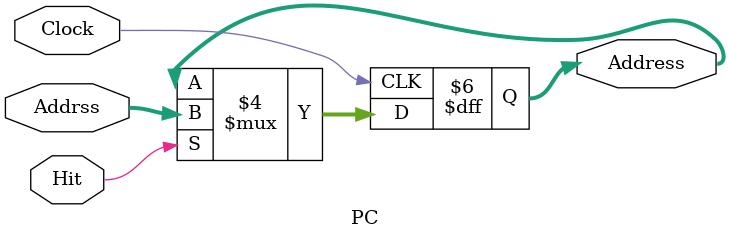
<source format=v>
`timescale 1ns / 1ps
module PC(Addrss, Hit, Clock, Address
    );
	 input [63:0] Addrss;
    input Clock;
    input Hit;
    output reg [63:0] Address;
	 
	 initial Address = 0;

    always @ (negedge Clock) begin
		  if(Hit)
				Address = Addrss;
    end
	 


endmodule

</source>
